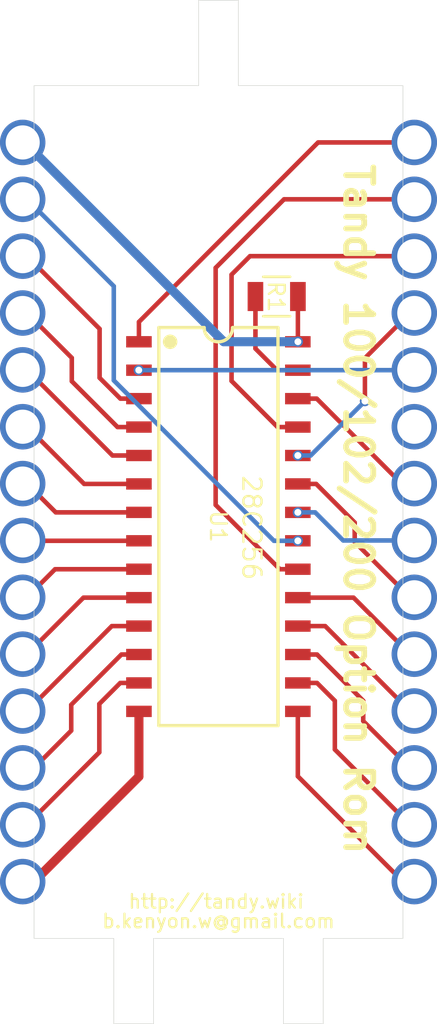
<source format=kicad_pcb>
(kicad_pcb (version 20171130) (host pcbnew 5.1.2-f72e74a~84~ubuntu19.04.1)

  (general
    (thickness 1.6)
    (drawings 21)
    (tracks 125)
    (zones 0)
    (modules 2)
    (nets 1)
  )

  (page A4)
  (layers
    (0 F.Cu signal)
    (31 B.Cu signal)
    (32 B.Adhes user hide)
    (33 F.Adhes user hide)
    (34 B.Paste user hide)
    (35 F.Paste user hide)
    (36 B.SilkS user hide)
    (37 F.SilkS user)
    (38 B.Mask user hide)
    (39 F.Mask user)
    (40 Dwgs.User user hide)
    (41 Cmts.User user hide)
    (42 Eco1.User user hide)
    (43 Eco2.User user hide)
    (44 Edge.Cuts user)
    (45 Margin user hide)
    (46 B.CrtYd user hide)
    (47 F.CrtYd user hide)
  )

  (setup
    (last_trace_width 0.2032)
    (user_trace_width 0.2032)
    (user_trace_width 0.4064)
    (trace_clearance 0.2)
    (zone_clearance 0.508)
    (zone_45_only no)
    (trace_min 0.2)
    (via_size 0.8)
    (via_drill 0.4)
    (via_min_size 0.4)
    (via_min_drill 0.3)
    (user_via 0.4572 0.3048)
    (user_via 2.032 1.0922)
    (uvia_size 0.3)
    (uvia_drill 0.1)
    (uvias_allowed no)
    (uvia_min_size 0.2)
    (uvia_min_drill 0.1)
    (edge_width 0.0254)
    (segment_width 0.2032)
    (pcb_text_width 0.254)
    (pcb_text_size 1.2192 1.2192)
    (mod_edge_width 0.1016)
    (mod_text_size 0.8128 0.8128)
    (mod_text_width 0.1016)
    (pad_size 0.7 1.3)
    (pad_drill 0)
    (pad_to_mask_clearance 0)
    (aux_axis_origin 0 0)
    (visible_elements FFFFFF7F)
    (pcbplotparams
      (layerselection 0x010fc_ffffffff)
      (usegerberextensions false)
      (usegerberattributes false)
      (usegerberadvancedattributes false)
      (creategerberjobfile false)
      (excludeedgelayer true)
      (linewidth 0.100000)
      (plotframeref false)
      (viasonmask false)
      (mode 1)
      (useauxorigin false)
      (hpglpennumber 1)
      (hpglpenspeed 20)
      (hpglpendiameter 15.000000)
      (psnegative false)
      (psa4output false)
      (plotreference true)
      (plotvalue true)
      (plotinvisibletext false)
      (padsonsilk false)
      (subtractmaskfromsilk false)
      (outputformat 1)
      (mirror false)
      (drillshape 1)
      (scaleselection 1)
      (outputdirectory ""))
  )

  (net 0 "")

  (net_class Default "This is the default net class."
    (clearance 0.2)
    (trace_width 0.25)
    (via_dia 0.8)
    (via_drill 0.4)
    (uvia_dia 0.3)
    (uvia_drill 0.1)
  )

  (module SMD_Packages:SOIC-28 (layer F.Cu) (tedit 5D12140A) (tstamp 5D11A709)
    (at 8.24992 -18.39976 270)
    (descr "Module CMS SOJ 28 pins large")
    (tags "CMS SOJ")
    (attr smd)
    (fp_text reference U1 (at -0.00254 0.00762 270 unlocked) (layer F.SilkS)
      (effects (font (size 0.7112 0.7112) (thickness 0.1016)))
    )
    (fp_text value SOIC-28 (at 0 1.27 270) (layer F.Fab)
      (effects (font (size 1 1) (thickness 0.15)))
    )
    (fp_line (start -8.89 -2.667) (end 8.89 -2.667) (layer F.SilkS) (width 0.15))
    (fp_line (start 8.89 2.667) (end 8.89 -2.667) (layer F.SilkS) (width 0.15))
    (fp_line (start -8.89 2.667) (end 8.89 2.667) (layer F.SilkS) (width 0.15))
    (fp_arc (start -8.89 0) (end -8.89 0.635) (angle -180) (layer F.SilkS) (width 0.15))
    (fp_line (start -8.89 2.667) (end -8.89 0.635) (layer F.SilkS) (width 0.15))
    (fp_line (start -8.89 -0.635) (end -8.89 -2.667) (layer F.SilkS) (width 0.15))
    (fp_circle (center -8.255 2.159) (end -8.147237 2.159) (layer F.SilkS) (width 0.2159))
    (pad 1 smd rect (at -8.255 3.556 270) (size 0.508 1.143) (layers F.Cu F.Paste F.Mask))
    (pad 2 smd rect (at -6.985 3.556 270) (size 0.508 1.143) (layers F.Cu F.Paste F.Mask))
    (pad 3 smd rect (at -5.715 3.556 270) (size 0.508 1.143) (layers F.Cu F.Paste F.Mask))
    (pad 4 smd rect (at -4.445 3.556 270) (size 0.508 1.143) (layers F.Cu F.Paste F.Mask))
    (pad 5 smd rect (at -3.175 3.556 270) (size 0.508 1.143) (layers F.Cu F.Paste F.Mask))
    (pad 6 smd rect (at -1.905 3.556 270) (size 0.508 1.143) (layers F.Cu F.Paste F.Mask))
    (pad 7 smd rect (at -0.635 3.556 270) (size 0.508 1.143) (layers F.Cu F.Paste F.Mask))
    (pad 8 smd rect (at 0.635 3.556 270) (size 0.508 1.143) (layers F.Cu F.Paste F.Mask))
    (pad 9 smd rect (at 1.905 3.556 270) (size 0.508 1.143) (layers F.Cu F.Paste F.Mask))
    (pad 10 smd rect (at 3.175 3.556 270) (size 0.508 1.143) (layers F.Cu F.Paste F.Mask))
    (pad 11 smd rect (at 4.445 3.556 270) (size 0.508 1.143) (layers F.Cu F.Paste F.Mask))
    (pad 12 smd rect (at 5.715 3.556 270) (size 0.508 1.143) (layers F.Cu F.Paste F.Mask))
    (pad 13 smd rect (at 6.985 3.556 270) (size 0.508 1.143) (layers F.Cu F.Paste F.Mask))
    (pad 14 smd rect (at 8.255 3.556 270) (size 0.508 1.143) (layers F.Cu F.Paste F.Mask))
    (pad 15 smd rect (at 8.255 -3.556 270) (size 0.508 1.143) (layers F.Cu F.Paste F.Mask))
    (pad 16 smd rect (at 6.985 -3.556 270) (size 0.508 1.143) (layers F.Cu F.Paste F.Mask))
    (pad 17 smd rect (at 5.715 -3.556 270) (size 0.508 1.143) (layers F.Cu F.Paste F.Mask))
    (pad 18 smd rect (at 4.445 -3.556 270) (size 0.508 1.143) (layers F.Cu F.Paste F.Mask))
    (pad 19 smd rect (at 3.175 -3.556 270) (size 0.508 1.143) (layers F.Cu F.Paste F.Mask))
    (pad 20 smd rect (at 1.905 -3.556 270) (size 0.508 1.143) (layers F.Cu F.Paste F.Mask))
    (pad 21 smd rect (at 0.635 -3.556 270) (size 0.508 1.143) (layers F.Cu F.Paste F.Mask))
    (pad 22 smd rect (at -0.635 -3.556 270) (size 0.508 1.143) (layers F.Cu F.Paste F.Mask))
    (pad 23 smd rect (at -1.905 -3.556 270) (size 0.508 1.143) (layers F.Cu F.Paste F.Mask))
    (pad 24 smd rect (at -3.175 -3.556 270) (size 0.508 1.143) (layers F.Cu F.Paste F.Mask))
    (pad 25 smd rect (at -4.445 -3.556 270) (size 0.508 1.143) (layers F.Cu F.Paste F.Mask))
    (pad 26 smd rect (at -5.715 -3.556 270) (size 0.508 1.143) (layers F.Cu F.Paste F.Mask))
    (pad 27 smd rect (at -6.985 -3.556 270) (size 0.508 1.143) (layers F.Cu F.Paste F.Mask))
    (pad 28 smd rect (at -8.255 -3.556 270) (size 0.508 1.143) (layers F.Cu F.Paste F.Mask))
  )

  (module Resistors_SMD:R_0805 (layer F.Cu) (tedit 5D1204C1) (tstamp 5D11BA68)
    (at 10.8585 -28.6766 180)
    (descr "Resistor SMD 0805, reflow soldering, Vishay (see dcrcw.pdf)")
    (tags "resistor 0805")
    (attr smd)
    (fp_text reference R1 (at 0.0254 0 -90 unlocked) (layer F.SilkS)
      (effects (font (size 0.7112 0.7112) (thickness 0.1016)))
    )
    (fp_text value R_0805 (at 0 1.75) (layer F.Fab)
      (effects (font (size 1 1) (thickness 0.15)))
    )
    (fp_text user %R (at 0 0) (layer F.Fab)
      (effects (font (size 0.5 0.5) (thickness 0.075)))
    )
    (fp_line (start -1 0.62) (end -1 -0.62) (layer F.Fab) (width 0.1))
    (fp_line (start 1 0.62) (end -1 0.62) (layer F.Fab) (width 0.1))
    (fp_line (start 1 -0.62) (end 1 0.62) (layer F.Fab) (width 0.1))
    (fp_line (start -1 -0.62) (end 1 -0.62) (layer F.Fab) (width 0.1))
    (fp_line (start 0.6 0.88) (end -0.6 0.88) (layer F.SilkS) (width 0.12))
    (fp_line (start -0.6 -0.88) (end 0.6 -0.88) (layer F.SilkS) (width 0.12))
    (fp_line (start -1.55 -0.9) (end 1.55 -0.9) (layer F.CrtYd) (width 0.05))
    (fp_line (start -1.55 -0.9) (end -1.55 0.9) (layer F.CrtYd) (width 0.05))
    (fp_line (start 1.55 0.9) (end 1.55 -0.9) (layer F.CrtYd) (width 0.05))
    (fp_line (start 1.55 0.9) (end -1.55 0.9) (layer F.CrtYd) (width 0.05))
    (pad 1 smd rect (at -0.95 0 180) (size 0.7 1.3) (layers F.Cu F.Paste F.Mask))
    (pad 2 smd rect (at 0.95 0 180) (size 0.7 1.3) (layers F.Cu F.Paste F.Mask))
    (model ${KISYS3DMOD}/Resistors_SMD.3dshapes/R_0805.wrl
      (at (xyz 0 0 0))
      (scale (xyz 1 1 1))
      (rotate (xyz 0 0 0))
    )
  )

  (gr_text http://tandy.wiki (at 8.1534 -1.651) (layer F.SilkS)
    (effects (font (size 0.6096 0.6096) (thickness 0.1016)))
  )
  (gr_text b.kenyon.w@gmail.com (at 8.255 -0.7747) (layer F.SilkS)
    (effects (font (size 0.6096 0.6096) (thickness 0.1016)))
  )
  (gr_text 28C256 (at 9.7409 -18.3515 -90) (layer F.SilkS)
    (effects (font (size 0.8128 0.8128) (thickness 0.1016)))
  )
  (gr_text "Tandy 100/102/200 Option Rom" (at 14.5161 -19.177 -90) (layer F.SilkS)
    (effects (font (size 1.2192 1.2192) (thickness 0.254)))
  )
  (gr_line (start 12.9413 0) (end 16.51 0) (layer Edge.Cuts) (width 0.0254) (tstamp 5D11E486))
  (gr_line (start 5.3467 0) (end 11.1633 0) (layer Edge.Cuts) (width 0.0254) (tstamp 5D11E477))
  (gr_line (start 0 0) (end 3.5687 0) (layer Edge.Cuts) (width 0.0254) (tstamp 5D11E460))
  (gr_line (start 11.1633 3.81) (end 12.9413 3.81) (layer Edge.Cuts) (width 0.0254) (tstamp 5D11E3F5))
  (gr_line (start 12.9413 0) (end 12.9413 3.81) (layer Edge.Cuts) (width 0.0254) (tstamp 5D11E3D9))
  (gr_line (start 11.1633 0) (end 11.1633 3.81) (layer Edge.Cuts) (width 0.0254) (tstamp 5D11E398))
  (gr_line (start 3.5687 3.81) (end 5.3467 3.81) (layer Edge.Cuts) (width 0.0254) (tstamp 5D11E0A4))
  (gr_line (start 3.5687 0) (end 3.5687 3.81) (layer Edge.Cuts) (width 0.0254) (tstamp 5D11E0E1))
  (gr_line (start 5.3467 0) (end 5.3467 3.81) (layer Edge.Cuts) (width 0.0254) (tstamp 5D11E0A1))
  (gr_circle (center 6.0579 -26.67) (end 6.1849 -26.67) (layer F.SilkS) (width 0.254))
  (gr_line (start 9.144 -38.1) (end 16.51 -38.1) (layer Edge.Cuts) (width 0.0254) (tstamp 5D11C988))
  (gr_line (start 0 -38.1) (end 7.366 -38.1) (layer Edge.Cuts) (width 0.0254) (tstamp 5D11C974))
  (gr_line (start 9.144 -41.91) (end 9.144 -38.1) (layer Edge.Cuts) (width 0.0254))
  (gr_line (start 7.366 -41.91) (end 7.366 -38.1) (layer Edge.Cuts) (width 0.0254))
  (gr_line (start 7.366 -41.91) (end 9.144 -41.91) (layer Edge.Cuts) (width 0.0254))
  (gr_line (start 16.51 -38.1) (end 16.51 0) (layer Edge.Cuts) (width 0.0254))
  (gr_line (start 0 0) (end 0 -38.1) (layer Edge.Cuts) (width 0.0254))

  (via (at -0.508 -35.56) (size 2.032) (drill 1.524) (layers F.Cu B.Cu) (net 0))
  (via (at -0.508 -33.02) (size 2.032) (drill 1.524) (layers F.Cu B.Cu) (net 0))
  (via (at -0.508 -30.48) (size 2.032) (drill 1.524) (layers F.Cu B.Cu) (net 0))
  (via (at -0.508 -27.94) (size 2.032) (drill 1.524) (layers F.Cu B.Cu) (net 0))
  (via (at -0.508 -25.4) (size 2.032) (drill 1.524) (layers F.Cu B.Cu) (net 0))
  (via (at -0.508 -22.86) (size 2.032) (drill 1.524) (layers F.Cu B.Cu) (net 0))
  (via (at -0.508 -20.32) (size 2.032) (drill 1.524) (layers F.Cu B.Cu) (net 0))
  (via (at -0.508 -17.78) (size 2.032) (drill 1.524) (layers F.Cu B.Cu) (net 0))
  (via (at -0.508 -15.24) (size 2.032) (drill 1.524) (layers F.Cu B.Cu) (net 0))
  (via (at -0.508 -12.7) (size 2.032) (drill 1.524) (layers F.Cu B.Cu) (net 0))
  (via (at -0.508 -10.16) (size 2.032) (drill 1.524) (layers F.Cu B.Cu) (net 0))
  (via (at -0.508 -7.62) (size 2.032) (drill 1.524) (layers F.Cu B.Cu) (net 0))
  (via (at -0.508 -5.08) (size 2.032) (drill 1.524) (layers F.Cu B.Cu) (net 0))
  (via (at -0.508 -2.54) (size 2.032) (drill 1.524) (layers F.Cu B.Cu) (net 0))
  (via (at 17.018 -2.54) (size 2.032) (drill 1.524) (layers F.Cu B.Cu) (net 0))
  (via (at 17.018 -5.08) (size 2.032) (drill 1.524) (layers F.Cu B.Cu) (net 0))
  (via (at 17.018 -7.62) (size 2.032) (drill 1.524) (layers F.Cu B.Cu) (net 0))
  (via (at 17.018 -10.16) (size 2.032) (drill 1.524) (layers F.Cu B.Cu) (net 0))
  (via (at 17.018 -12.7) (size 2.032) (drill 1.524) (layers F.Cu B.Cu) (net 0))
  (via (at 17.018 -15.24) (size 2.032) (drill 1.524) (layers F.Cu B.Cu) (net 0))
  (via (at 17.018 -17.78) (size 2.032) (drill 1.524) (layers F.Cu B.Cu) (net 0))
  (via (at 17.018 -20.32) (size 2.032) (drill 1.524) (layers F.Cu B.Cu) (net 0))
  (via (at 17.018 -22.86) (size 2.032) (drill 1.524) (layers F.Cu B.Cu) (net 0))
  (via (at 17.018 -25.4) (size 2.032) (drill 1.524) (layers F.Cu B.Cu) (net 0))
  (via (at 17.018 -27.94) (size 2.032) (drill 1.524) (layers F.Cu B.Cu) (net 0))
  (via (at 17.018 -30.48) (size 2.032) (drill 1.524) (layers F.Cu B.Cu) (net 0))
  (via (at 17.018 -35.56) (size 2.032) (drill 1.524) (layers F.Cu B.Cu) (net 0))
  (via (at 17.018 -33.02) (size 2.032) (drill 1.524) (layers F.Cu B.Cu) (net 0))
  (via (at 4.6863 -25.3873) (size 0.4572) (drill 0.3048) (layers F.Cu B.Cu) (net 0))
  (segment (start 4.6863 -25.3873) (end 16.19569 -25.3873) (width 0.2032) (layer B.Cu) (net 0))
  (segment (start 11.80592 -19.03476) (end 11.80592 -19.03476) (width 0.2032) (layer B.Cu) (net 0))
  (via (at 11.80592 -19.03476) (size 0.4572) (drill 0.3048) (layers F.Cu B.Cu) (net 0))
  (segment (start 4.69392 -10.14476) (end 4.69392 -7.23392) (width 0.4064) (layer F.Cu) (net 0))
  (segment (start 4.69392 -17.76476) (end 0.31431 -17.76476) (width 0.2032) (layer F.Cu) (net 0))
  (segment (start 11.80592 -17.76476) (end 11.80592 -17.76476) (width 0.2032) (layer F.Cu) (net 0))
  (via (at 11.80592 -17.76476) (size 0.4572) (drill 0.3048) (layers F.Cu B.Cu) (net 0))
  (via (at 11.80592 -21.57476) (size 0.4572) (drill 0.3048) (layers F.Cu B.Cu) (net 0))
  (segment (start 16.19569 -27.94) (end 16.19569 -27.562196) (width 0.2032) (layer F.Cu) (net 0))
  (segment (start 11.80592 -25.38476) (end 10.87374 -25.38476) (width 0.2032) (layer F.Cu) (net 0))
  (segment (start 10.87374 -25.38476) (end 9.9085 -26.35) (width 0.2032) (layer F.Cu) (net 0))
  (segment (start 11.808488 -26.657328) (end 11.808488 -26.657328) (width 0.4064) (layer F.Cu) (net 0))
  (segment (start 11.80592 -7.24408) (end 16.19569 -2.85431) (width 0.2032) (layer F.Cu) (net 0))
  (segment (start 11.80592 -10.14476) (end 11.80592 -7.24408) (width 0.2032) (layer F.Cu) (net 0))
  (segment (start 13.83538 -17.78) (end 16.19569 -17.78) (width 0.2032) (layer B.Cu) (net 0))
  (segment (start 11.80592 -19.03476) (end 12.58062 -19.03476) (width 0.2032) (layer B.Cu) (net 0))
  (segment (start 12.58062 -19.03476) (end 13.83538 -17.78) (width 0.2032) (layer B.Cu) (net 0))
  (segment (start 0 -2.54) (end -0.41591 -2.54) (width 0.4064) (layer F.Cu) (net 0))
  (segment (start 4.69392 -7.23392) (end 0 -2.54) (width 0.4064) (layer F.Cu) (net 0))
  (segment (start 11.80592 -20.30476) (end 12.62634 -20.30476) (width 0.2032) (layer F.Cu) (net 0))
  (segment (start 12.62634 -20.30476) (end 14.351 -18.5801) (width 0.2032) (layer F.Cu) (net 0))
  (segment (start 14.351 -17.71331) (end 16.82431 -15.24) (width 0.2032) (layer F.Cu) (net 0))
  (segment (start 14.351 -18.5801) (end 14.351 -17.71331) (width 0.2032) (layer F.Cu) (net 0))
  (segment (start 14.29955 -15.22476) (end 16.82431 -12.7) (width 0.2032) (layer F.Cu) (net 0))
  (segment (start 11.80592 -15.22476) (end 14.29955 -15.22476) (width 0.2032) (layer F.Cu) (net 0))
  (segment (start 2.21045 -15.22476) (end -0.31431 -12.7) (width 0.2032) (layer F.Cu) (net 0))
  (segment (start 4.69392 -15.22476) (end 2.21045 -15.22476) (width 0.2032) (layer F.Cu) (net 0))
  (segment (start 3.48045 -13.95476) (end -0.31431 -10.16) (width 0.2032) (layer F.Cu) (net 0))
  (segment (start 4.69392 -13.95476) (end 3.48045 -13.95476) (width 0.2032) (layer F.Cu) (net 0))
  (segment (start 13.02955 -13.95476) (end 16.82431 -10.16) (width 0.2032) (layer F.Cu) (net 0))
  (segment (start 11.80592 -13.95476) (end 13.02955 -13.95476) (width 0.2032) (layer F.Cu) (net 0))
  (segment (start 0.94045 -16.49476) (end -0.31431 -15.24) (width 0.2032) (layer F.Cu) (net 0))
  (segment (start 4.69392 -16.49476) (end 0.94045 -16.49476) (width 0.2032) (layer F.Cu) (net 0))
  (segment (start 0.97093 -19.03476) (end -0.31431 -20.32) (width 0.2032) (layer F.Cu) (net 0))
  (segment (start 4.69392 -19.03476) (end 0.97093 -19.03476) (width 0.2032) (layer F.Cu) (net 0))
  (segment (start 2.24093 -20.30476) (end -0.31431 -22.86) (width 0.2032) (layer F.Cu) (net 0))
  (segment (start 4.69392 -20.30476) (end 2.24093 -20.30476) (width 0.2032) (layer F.Cu) (net 0))
  (segment (start 3.51093 -21.57476) (end -0.31431 -25.4) (width 0.2032) (layer F.Cu) (net 0))
  (segment (start 4.69392 -21.57476) (end 3.51093 -21.57476) (width 0.2032) (layer F.Cu) (net 0))
  (segment (start 4.69392 -22.84476) (end 3.73634 -22.84476) (width 0.2032) (layer F.Cu) (net 0))
  (segment (start 3.73634 -22.84476) (end 1.6891 -24.892) (width 0.2032) (layer F.Cu) (net 0))
  (segment (start 1.6891 -25.93659) (end -0.31431 -27.94) (width 0.2032) (layer F.Cu) (net 0))
  (segment (start 1.6891 -24.892) (end 1.6891 -25.93659) (width 0.2032) (layer F.Cu) (net 0))
  (segment (start 11.80592 -12.68476) (end 12.66444 -12.68476) (width 0.2032) (layer F.Cu) (net 0))
  (segment (start 12.66444 -12.68476) (end 14.732 -10.6172) (width 0.2032) (layer F.Cu) (net 0))
  (segment (start 14.732 -9.71231) (end 16.82431 -7.62) (width 0.2032) (layer F.Cu) (net 0))
  (segment (start 14.732 -10.6172) (end 14.732 -9.71231) (width 0.2032) (layer F.Cu) (net 0))
  (segment (start 11.80592 -24.11476) (end 12.65174 -24.11476) (width 0.2032) (layer F.Cu) (net 0))
  (segment (start 16.4465 -20.32) (end 16.82431 -20.32) (width 0.2032) (layer F.Cu) (net 0))
  (segment (start 12.65174 -24.11476) (end 16.4465 -20.32) (width 0.2032) (layer F.Cu) (net 0))
  (segment (start 2.9337 -27.23199) (end -0.31431 -30.48) (width 0.2032) (layer F.Cu) (net 0))
  (segment (start 2.9337 -25.0444) (end 2.9337 -27.23199) (width 0.2032) (layer F.Cu) (net 0))
  (segment (start 4.69392 -24.11476) (end 3.86334 -24.11476) (width 0.2032) (layer F.Cu) (net 0))
  (segment (start 3.86334 -24.11476) (end 2.9337 -25.0444) (width 0.2032) (layer F.Cu) (net 0))
  (segment (start 1.6637 -9.2837) (end 0.31431 -7.93431) (width 0.2032) (layer F.Cu) (net 0))
  (segment (start 1.6637 -10.4394) (end 1.6637 -9.2837) (width 0.2032) (layer F.Cu) (net 0))
  (segment (start 4.69392 -12.68476) (end 3.90906 -12.68476) (width 0.2032) (layer F.Cu) (net 0))
  (segment (start 3.90906 -12.68476) (end 1.6637 -10.4394) (width 0.2032) (layer F.Cu) (net 0))
  (segment (start 2.921 -8.31531) (end -0.31431 -5.08) (width 0.2032) (layer F.Cu) (net 0))
  (segment (start 2.921 -10.4775) (end 2.921 -8.31531) (width 0.2032) (layer F.Cu) (net 0))
  (segment (start 4.69392 -11.41476) (end 3.85826 -11.41476) (width 0.2032) (layer F.Cu) (net 0))
  (segment (start 3.85826 -11.41476) (end 2.921 -10.4775) (width 0.2032) (layer F.Cu) (net 0))
  (segment (start 13.462 -8.44231) (end 16.82431 -5.08) (width 0.2032) (layer F.Cu) (net 0))
  (segment (start 13.462 -10.6172) (end 13.462 -8.44231) (width 0.2032) (layer F.Cu) (net 0))
  (segment (start 11.80592 -11.41476) (end 12.66444 -11.41476) (width 0.2032) (layer F.Cu) (net 0))
  (segment (start 12.66444 -11.41476) (end 13.462 -10.6172) (width 0.2032) (layer F.Cu) (net 0))
  (segment (start 11.808488 -26.657328) (end 11.80592 -26.65476) (width 0.4064) (layer F.Cu) (net 0) (tstamp 5D1203E8))
  (via (at 11.808488 -26.657328) (size 0.4572) (drill 0.3048) (layers F.Cu B.Cu) (net 0))
  (segment (start 8.486762 -26.657328) (end -0.41591 -35.56) (width 0.4064) (layer B.Cu) (net 0))
  (segment (start 11.808488 -26.657328) (end 8.486762 -26.657328) (width 0.4064) (layer B.Cu) (net 0))
  (segment (start 11.808488 -29.184588) (end 11.8085 -29.1846) (width 0.2032) (layer F.Cu) (net 0))
  (segment (start 8.8392 -29.6545) (end 9.6647 -30.48) (width 0.2032) (layer F.Cu) (net 0))
  (segment (start 9.6647 -30.48) (end 16.82431 -30.48) (width 0.2032) (layer F.Cu) (net 0))
  (segment (start 8.8392 -24.9047) (end 8.8392 -29.6545) (width 0.2032) (layer F.Cu) (net 0))
  (segment (start 11.80592 -22.84476) (end 10.89914 -22.84476) (width 0.2032) (layer F.Cu) (net 0))
  (segment (start 10.89914 -22.84476) (end 8.8392 -24.9047) (width 0.2032) (layer F.Cu) (net 0))
  (segment (start 11.8085 -26.65734) (end 11.808488 -26.657328) (width 0.2032) (layer F.Cu) (net 0))
  (segment (start 11.8085 -28.6766) (end 11.8085 -26.65734) (width 0.2032) (layer F.Cu) (net 0))
  (segment (start 9.9085 -26.35) (end 9.9085 -28.6766) (width 0.2032) (layer F.Cu) (net 0))
  (segment (start 11.00074 -16.49476) (end 11.80592 -16.49476) (width 0.2032) (layer F.Cu) (net 0))
  (segment (start 8.128 -19.3675) (end 11.00074 -16.49476) (width 0.2032) (layer F.Cu) (net 0))
  (segment (start 16.82431 -33.02) (end 11.1887 -33.02) (width 0.2032) (layer F.Cu) (net 0))
  (segment (start 8.128 -29.9593) (end 8.128 -19.3675) (width 0.2032) (layer F.Cu) (net 0))
  (segment (start 11.1887 -33.02) (end 8.128 -29.9593) (width 0.2032) (layer F.Cu) (net 0))
  (segment (start 4.69392 -27.54122) (end 4.69392 -26.65476) (width 0.2032) (layer F.Cu) (net 0))
  (segment (start 16.82431 -35.56) (end 12.7127 -35.56) (width 0.2032) (layer F.Cu) (net 0))
  (segment (start 12.7127 -35.56) (end 4.69392 -27.54122) (width 0.2032) (layer F.Cu) (net 0))
  (via (at 14.8082 -24.003) (size 0.4572) (drill 0.3048) (layers F.Cu B.Cu) (net 0))
  (segment (start 12.37996 -21.57476) (end 14.8082 -24.003) (width 0.2032) (layer B.Cu) (net 0))
  (segment (start 11.80592 -21.57476) (end 12.37996 -21.57476) (width 0.2032) (layer B.Cu) (net 0))
  (segment (start 14.8082 -25.92389) (end 16.82431 -27.94) (width 0.2032) (layer F.Cu) (net 0))
  (segment (start 14.8082 -24.003) (end 14.8082 -25.92389) (width 0.2032) (layer F.Cu) (net 0))
  (segment (start 3.5687 -24.9301) (end 3.5687 -29.13699) (width 0.2032) (layer B.Cu) (net 0))
  (segment (start 3.5687 -29.13699) (end -0.31431 -33.02) (width 0.2032) (layer B.Cu) (net 0))
  (segment (start 11.80592 -17.76476) (end 10.73404 -17.76476) (width 0.2032) (layer B.Cu) (net 0))
  (segment (start 10.73404 -17.76476) (end 3.5687 -24.9301) (width 0.2032) (layer B.Cu) (net 0))

)

</source>
